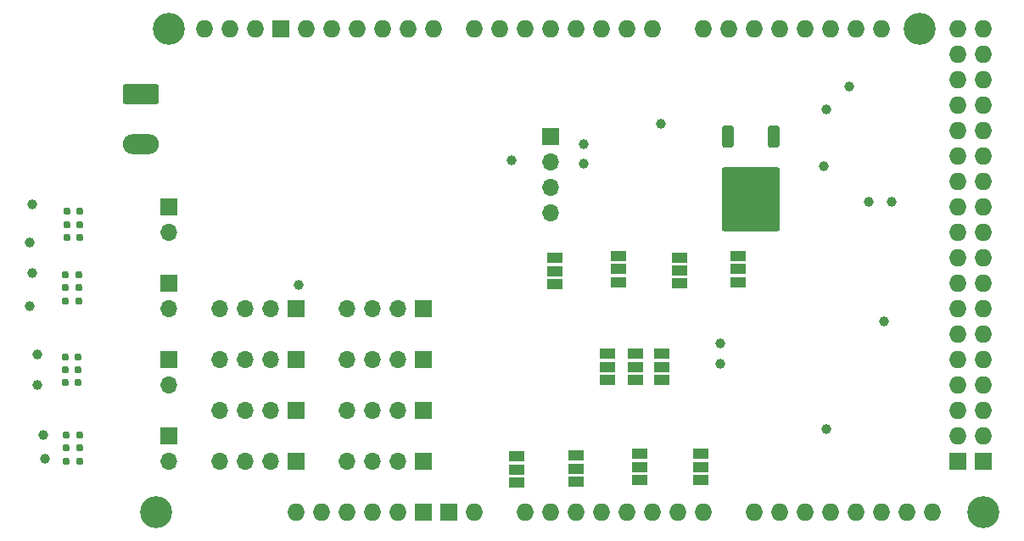
<source format=gbr>
%TF.GenerationSoftware,KiCad,Pcbnew,7.0.2*%
%TF.CreationDate,2023-07-18T21:54:39+02:00*%
%TF.ProjectId,RocciShield,526f6363-6953-4686-9965-6c642e6b6963,rev?*%
%TF.SameCoordinates,Original*%
%TF.FileFunction,Soldermask,Bot*%
%TF.FilePolarity,Negative*%
%FSLAX46Y46*%
G04 Gerber Fmt 4.6, Leading zero omitted, Abs format (unit mm)*
G04 Created by KiCad (PCBNEW 7.0.2) date 2023-07-18 21:54:39*
%MOMM*%
%LPD*%
G01*
G04 APERTURE LIST*
G04 Aperture macros list*
%AMRoundRect*
0 Rectangle with rounded corners*
0 $1 Rounding radius*
0 $2 $3 $4 $5 $6 $7 $8 $9 X,Y pos of 4 corners*
0 Add a 4 corners polygon primitive as box body*
4,1,4,$2,$3,$4,$5,$6,$7,$8,$9,$2,$3,0*
0 Add four circle primitives for the rounded corners*
1,1,$1+$1,$2,$3*
1,1,$1+$1,$4,$5*
1,1,$1+$1,$6,$7*
1,1,$1+$1,$8,$9*
0 Add four rect primitives between the rounded corners*
20,1,$1+$1,$2,$3,$4,$5,0*
20,1,$1+$1,$4,$5,$6,$7,0*
20,1,$1+$1,$6,$7,$8,$9,0*
20,1,$1+$1,$8,$9,$2,$3,0*%
G04 Aperture macros list end*
%ADD10O,1.700000X1.700000*%
%ADD11R,1.700000X1.700000*%
%ADD12RoundRect,0.250000X-1.550000X0.750000X-1.550000X-0.750000X1.550000X-0.750000X1.550000X0.750000X0*%
%ADD13O,3.600000X2.000000*%
%ADD14C,0.770000*%
%ADD15C,3.200000*%
%ADD16O,1.727200X1.727200*%
%ADD17R,1.727200X1.727200*%
%ADD18R,1.500000X1.000000*%
%ADD19C,1.000000*%
%ADD20RoundRect,0.250000X-0.350000X0.850000X-0.350000X-0.850000X0.350000X-0.850000X0.350000X0.850000X0*%
%ADD21RoundRect,0.249997X-2.650003X2.950003X-2.650003X-2.950003X2.650003X-2.950003X2.650003X2.950003X0*%
G04 APERTURE END LIST*
D10*
%TO.C,J10*%
X135128000Y-100594000D03*
D11*
X135128000Y-98054000D03*
%TD*%
%TO.C,J13*%
X135128000Y-105674000D03*
D10*
X135128000Y-108214000D03*
%TD*%
D11*
%TO.C,J3*%
X160528000Y-113294000D03*
D10*
X157988000Y-113294000D03*
X155448000Y-113294000D03*
X152908000Y-113294000D03*
%TD*%
D12*
%TO.C,J1*%
X132278000Y-86824000D03*
D13*
X132278000Y-91824000D03*
%TD*%
D11*
%TO.C,J8*%
X135128000Y-113294000D03*
D10*
X135128000Y-115834000D03*
%TD*%
D11*
%TO.C,J4*%
X147828000Y-108214000D03*
D10*
X145288000Y-108214000D03*
X142748000Y-108214000D03*
X140208000Y-108214000D03*
%TD*%
D11*
%TO.C,J14*%
X147828000Y-118374000D03*
D10*
X145288000Y-118374000D03*
X142748000Y-118374000D03*
X140208000Y-118374000D03*
%TD*%
D11*
%TO.C,J2*%
X147828000Y-113294000D03*
D10*
X145288000Y-113294000D03*
X142748000Y-113294000D03*
X140208000Y-113294000D03*
%TD*%
D14*
%TO.C,U9*%
X126106000Y-107421500D03*
X126106000Y-106121500D03*
X126106000Y-104821500D03*
X124806000Y-107421500D03*
X124806000Y-106121500D03*
X124806000Y-104821500D03*
%TD*%
%TO.C,U7*%
X124754000Y-113006500D03*
X124754000Y-114306500D03*
X124754000Y-115606500D03*
X126054000Y-113006500D03*
X126054000Y-114306500D03*
X126054000Y-115606500D03*
%TD*%
D11*
%TO.C,J5*%
X160528000Y-108214000D03*
D10*
X157988000Y-108214000D03*
X155448000Y-108214000D03*
X152908000Y-108214000D03*
%TD*%
D11*
%TO.C,J12*%
X173228000Y-90984000D03*
D10*
X173228000Y-93524000D03*
X173228000Y-96064000D03*
X173228000Y-98604000D03*
%TD*%
D11*
%TO.C,J11*%
X160528000Y-118374000D03*
D10*
X157988000Y-118374000D03*
X155448000Y-118374000D03*
X152908000Y-118374000D03*
%TD*%
%TO.C,J6*%
X135128000Y-123454000D03*
D11*
X135128000Y-120914000D03*
%TD*%
D14*
%TO.C,U8*%
X124929000Y-98504500D03*
X124929000Y-99804500D03*
X124929000Y-101104500D03*
X126229000Y-98504500D03*
X126229000Y-99804500D03*
X126229000Y-101104500D03*
%TD*%
D10*
%TO.C,J7*%
X152908000Y-123454000D03*
X155448000Y-123454000D03*
X157988000Y-123454000D03*
D11*
X160528000Y-123454000D03*
%TD*%
D15*
%TO.C,XA1*%
X133858000Y-128524000D03*
X135128000Y-80264000D03*
D16*
X147828000Y-128524000D03*
D15*
X210058000Y-80264000D03*
X216408000Y-128524000D03*
D16*
X155448000Y-128524000D03*
X157988000Y-128524000D03*
X213868000Y-80264000D03*
X216408000Y-80264000D03*
X170688000Y-128524000D03*
X173228000Y-128524000D03*
X175768000Y-128524000D03*
X178308000Y-128524000D03*
X180848000Y-128524000D03*
X183388000Y-128524000D03*
X185928000Y-128524000D03*
X188468000Y-128524000D03*
X193548000Y-128524000D03*
X196088000Y-128524000D03*
X198628000Y-128524000D03*
X201168000Y-128524000D03*
X203708000Y-128524000D03*
X206248000Y-128524000D03*
X208788000Y-128524000D03*
X211328000Y-128524000D03*
X143764000Y-80264000D03*
X183388000Y-80264000D03*
X180848000Y-80264000D03*
X178308000Y-80264000D03*
X175768000Y-80264000D03*
X173228000Y-80264000D03*
X170688000Y-80264000D03*
X168148000Y-80264000D03*
X165608000Y-80264000D03*
X161544000Y-80264000D03*
X159004000Y-80264000D03*
X156464000Y-80264000D03*
X153924000Y-80264000D03*
X151384000Y-80264000D03*
X148844000Y-80264000D03*
X188468000Y-80264000D03*
X191008000Y-80264000D03*
X193548000Y-80264000D03*
X196088000Y-80264000D03*
X198628000Y-80264000D03*
X201168000Y-80264000D03*
X203708000Y-80264000D03*
X206248000Y-80264000D03*
X213868000Y-82804000D03*
X216408000Y-82804000D03*
X213868000Y-85344000D03*
X216408000Y-85344000D03*
X213868000Y-87884000D03*
X216408000Y-87884000D03*
X213868000Y-90424000D03*
X216408000Y-90424000D03*
X213868000Y-92964000D03*
X216408000Y-92964000D03*
X213868000Y-95504000D03*
X216408000Y-95504000D03*
X213868000Y-98044000D03*
X216408000Y-98044000D03*
X213868000Y-100584000D03*
X216408000Y-100584000D03*
X213868000Y-103124000D03*
X216408000Y-103124000D03*
X213868000Y-105664000D03*
X216408000Y-105664000D03*
X213868000Y-108204000D03*
X216408000Y-108204000D03*
X213868000Y-110744000D03*
X216408000Y-110744000D03*
X213868000Y-113284000D03*
X216408000Y-113284000D03*
X213868000Y-115824000D03*
X216408000Y-115824000D03*
X213868000Y-118364000D03*
X216408000Y-118364000D03*
X213868000Y-120904000D03*
X216408000Y-120904000D03*
D17*
X146304000Y-80264000D03*
X160528000Y-128524000D03*
X163068000Y-128524000D03*
X213868000Y-123444000D03*
X216408000Y-123444000D03*
D16*
X150368000Y-128524000D03*
X152908000Y-128524000D03*
X138684000Y-80264000D03*
X141224000Y-80264000D03*
X165608000Y-128524000D03*
%TD*%
D11*
%TO.C,J9*%
X147828000Y-123454000D03*
D10*
X145288000Y-123454000D03*
X142748000Y-123454000D03*
X140208000Y-123454000D03*
%TD*%
D14*
%TO.C,U6*%
X124898000Y-120824000D03*
X124898000Y-122124000D03*
X124898000Y-123424000D03*
X126198000Y-120824000D03*
X126198000Y-122124000D03*
X126198000Y-123424000D03*
%TD*%
D18*
%TO.C,JP10*%
X182132000Y-125324000D03*
X182132000Y-124024000D03*
X182132000Y-122724000D03*
%TD*%
D19*
%TO.C,TP10*%
X176478000Y-93774000D03*
%TD*%
%TO.C,TP8*%
X190118500Y-111693500D03*
%TD*%
%TO.C,TP5*%
X200478000Y-94024000D03*
%TD*%
%TO.C,TP20*%
X121452000Y-97804000D03*
%TD*%
D18*
%TO.C,JP7*%
X178878000Y-115324000D03*
X178878000Y-114024000D03*
X178878000Y-112724000D03*
%TD*%
D19*
%TO.C,TP21*%
X121198000Y-107964000D03*
%TD*%
%TO.C,TP11*%
X200728000Y-120274000D03*
%TD*%
%TO.C,TP4*%
X200728000Y-88274000D03*
%TD*%
D18*
%TO.C,JP8*%
X169798500Y-125570500D03*
X169798500Y-124270500D03*
X169798500Y-122970500D03*
%TD*%
D19*
%TO.C,TP1*%
X204978000Y-97524000D03*
%TD*%
%TO.C,TP12*%
X148078000Y-105824000D03*
%TD*%
%TO.C,TP6*%
X202978000Y-86024000D03*
%TD*%
D18*
%TO.C,JP11*%
X188228000Y-125324000D03*
X188228000Y-124024000D03*
X188228000Y-122724000D03*
%TD*%
%TO.C,JP6*%
X181678000Y-115324000D03*
X181678000Y-114024000D03*
X181678000Y-112724000D03*
%TD*%
D19*
%TO.C,TP15*%
X122722000Y-123204000D03*
%TD*%
%TO.C,TP9*%
X190118500Y-113725500D03*
%TD*%
%TO.C,TP3*%
X206478000Y-109524000D03*
%TD*%
%TO.C,TP17*%
X121960000Y-115838000D03*
%TD*%
%TO.C,TP14*%
X184228000Y-89774000D03*
%TD*%
%TO.C,TP7*%
X169278000Y-93424000D03*
%TD*%
D18*
%TO.C,JP3*%
X179958500Y-102949000D03*
X179958500Y-104249000D03*
X179958500Y-105549000D03*
%TD*%
%TO.C,JP1*%
X191896500Y-102974000D03*
X191896500Y-104274000D03*
X191896500Y-105574000D03*
%TD*%
D19*
%TO.C,TP19*%
X121198000Y-101614000D03*
%TD*%
D18*
%TO.C,JP5*%
X184278000Y-115324000D03*
X184278000Y-114024000D03*
X184278000Y-112724000D03*
%TD*%
D19*
%TO.C,TP18*%
X121960000Y-112790000D03*
%TD*%
%TO.C,TP2*%
X207228000Y-97524000D03*
%TD*%
%TO.C,TP16*%
X122618000Y-120824000D03*
%TD*%
%TO.C,TP22*%
X121452000Y-104662000D03*
%TD*%
D20*
%TO.C,U10*%
X190923000Y-90999000D03*
D21*
X193203000Y-97299000D03*
D20*
X195483000Y-90999000D03*
%TD*%
D18*
%TO.C,JP2*%
X186054500Y-103090500D03*
X186054500Y-104390500D03*
X186054500Y-105690500D03*
%TD*%
%TO.C,JP4*%
X173608500Y-103158500D03*
X173608500Y-104458500D03*
X173608500Y-105758500D03*
%TD*%
D19*
%TO.C,TP13*%
X176478000Y-91774000D03*
%TD*%
D18*
%TO.C,JP9*%
X175782000Y-125473500D03*
X175782000Y-124173500D03*
X175782000Y-122873500D03*
%TD*%
M02*

</source>
